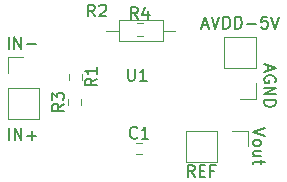
<source format=gbr>
G04 #@! TF.FileFunction,Legend,Top*
%FSLAX46Y46*%
G04 Gerber Fmt 4.6, Leading zero omitted, Abs format (unit mm)*
G04 Created by KiCad (PCBNEW 4.0.6) date 11/05/17 19:48:39*
%MOMM*%
%LPD*%
G01*
G04 APERTURE LIST*
%ADD10C,0.100000*%
%ADD11C,0.150000*%
%ADD12C,0.120000*%
G04 APERTURE END LIST*
D10*
D11*
X143259524Y-79286667D02*
X143735715Y-79286667D01*
X143164286Y-79572381D02*
X143497619Y-78572381D01*
X143830953Y-79572381D01*
X144021429Y-78572381D02*
X144354762Y-79572381D01*
X144688096Y-78572381D01*
X145021429Y-79572381D02*
X145021429Y-78572381D01*
X145259524Y-78572381D01*
X145402382Y-78620000D01*
X145497620Y-78715238D01*
X145545239Y-78810476D01*
X145592858Y-79000952D01*
X145592858Y-79143810D01*
X145545239Y-79334286D01*
X145497620Y-79429524D01*
X145402382Y-79524762D01*
X145259524Y-79572381D01*
X145021429Y-79572381D01*
X146021429Y-79572381D02*
X146021429Y-78572381D01*
X146259524Y-78572381D01*
X146402382Y-78620000D01*
X146497620Y-78715238D01*
X146545239Y-78810476D01*
X146592858Y-79000952D01*
X146592858Y-79143810D01*
X146545239Y-79334286D01*
X146497620Y-79429524D01*
X146402382Y-79524762D01*
X146259524Y-79572381D01*
X146021429Y-79572381D01*
X147021429Y-79191429D02*
X147783334Y-79191429D01*
X148735715Y-78572381D02*
X148259524Y-78572381D01*
X148211905Y-79048571D01*
X148259524Y-79000952D01*
X148354762Y-78953333D01*
X148592858Y-78953333D01*
X148688096Y-79000952D01*
X148735715Y-79048571D01*
X148783334Y-79143810D01*
X148783334Y-79381905D01*
X148735715Y-79477143D01*
X148688096Y-79524762D01*
X148592858Y-79572381D01*
X148354762Y-79572381D01*
X148259524Y-79524762D01*
X148211905Y-79477143D01*
X149069048Y-78572381D02*
X149402381Y-79572381D01*
X149735715Y-78572381D01*
X148763333Y-82678095D02*
X148763333Y-83154286D01*
X148477619Y-82582857D02*
X149477619Y-82916190D01*
X148477619Y-83249524D01*
X149430000Y-84106667D02*
X149477619Y-84011429D01*
X149477619Y-83868572D01*
X149430000Y-83725714D01*
X149334762Y-83630476D01*
X149239524Y-83582857D01*
X149049048Y-83535238D01*
X148906190Y-83535238D01*
X148715714Y-83582857D01*
X148620476Y-83630476D01*
X148525238Y-83725714D01*
X148477619Y-83868572D01*
X148477619Y-83963810D01*
X148525238Y-84106667D01*
X148572857Y-84154286D01*
X148906190Y-84154286D01*
X148906190Y-83963810D01*
X148477619Y-84582857D02*
X149477619Y-84582857D01*
X148477619Y-85154286D01*
X149477619Y-85154286D01*
X148477619Y-85630476D02*
X149477619Y-85630476D01*
X149477619Y-85868571D01*
X149430000Y-86011429D01*
X149334762Y-86106667D01*
X149239524Y-86154286D01*
X149049048Y-86201905D01*
X148906190Y-86201905D01*
X148715714Y-86154286D01*
X148620476Y-86106667D01*
X148525238Y-86011429D01*
X148477619Y-85868571D01*
X148477619Y-85630476D01*
X148527619Y-88026190D02*
X147527619Y-88359523D01*
X148527619Y-88692857D01*
X147527619Y-89169047D02*
X147575238Y-89073809D01*
X147622857Y-89026190D01*
X147718095Y-88978571D01*
X148003810Y-88978571D01*
X148099048Y-89026190D01*
X148146667Y-89073809D01*
X148194286Y-89169047D01*
X148194286Y-89311905D01*
X148146667Y-89407143D01*
X148099048Y-89454762D01*
X148003810Y-89502381D01*
X147718095Y-89502381D01*
X147622857Y-89454762D01*
X147575238Y-89407143D01*
X147527619Y-89311905D01*
X147527619Y-89169047D01*
X148194286Y-90359524D02*
X147527619Y-90359524D01*
X148194286Y-89930952D02*
X147670476Y-89930952D01*
X147575238Y-89978571D01*
X147527619Y-90073809D01*
X147527619Y-90216667D01*
X147575238Y-90311905D01*
X147622857Y-90359524D01*
X148194286Y-90692857D02*
X148194286Y-91073809D01*
X148527619Y-90835714D02*
X147670476Y-90835714D01*
X147575238Y-90883333D01*
X147527619Y-90978571D01*
X147527619Y-91073809D01*
X142588572Y-92122381D02*
X142255238Y-91646190D01*
X142017143Y-92122381D02*
X142017143Y-91122381D01*
X142398096Y-91122381D01*
X142493334Y-91170000D01*
X142540953Y-91217619D01*
X142588572Y-91312857D01*
X142588572Y-91455714D01*
X142540953Y-91550952D01*
X142493334Y-91598571D01*
X142398096Y-91646190D01*
X142017143Y-91646190D01*
X143017143Y-91598571D02*
X143350477Y-91598571D01*
X143493334Y-92122381D02*
X143017143Y-92122381D01*
X143017143Y-91122381D01*
X143493334Y-91122381D01*
X144255239Y-91598571D02*
X143921905Y-91598571D01*
X143921905Y-92122381D02*
X143921905Y-91122381D01*
X144398096Y-91122381D01*
X126877143Y-89012381D02*
X126877143Y-88012381D01*
X127353333Y-89012381D02*
X127353333Y-88012381D01*
X127924762Y-89012381D01*
X127924762Y-88012381D01*
X128400952Y-88631429D02*
X129162857Y-88631429D01*
X128781905Y-89012381D02*
X128781905Y-88250476D01*
X126857143Y-81282381D02*
X126857143Y-80282381D01*
X127333333Y-81282381D02*
X127333333Y-80282381D01*
X127904762Y-81282381D01*
X127904762Y-80282381D01*
X128380952Y-80901429D02*
X129142857Y-80901429D01*
D12*
X131900000Y-85540000D02*
X131900000Y-86040000D01*
X132960000Y-86040000D02*
X132960000Y-85540000D01*
X133040000Y-83890000D02*
X133040000Y-83390000D01*
X131980000Y-83390000D02*
X131980000Y-83890000D01*
X141900000Y-88210000D02*
X141900000Y-90870000D01*
X144500000Y-88210000D02*
X141900000Y-88210000D01*
X144500000Y-90870000D02*
X141900000Y-90870000D01*
X144500000Y-88210000D02*
X144500000Y-90870000D01*
X145770000Y-88210000D02*
X147100000Y-88210000D01*
X147100000Y-88210000D02*
X147100000Y-89540000D01*
X147750000Y-80330000D02*
X145090000Y-80330000D01*
X147750000Y-82930000D02*
X147750000Y-80330000D01*
X145090000Y-82930000D02*
X145090000Y-80330000D01*
X147750000Y-82930000D02*
X145090000Y-82930000D01*
X147750000Y-84200000D02*
X147750000Y-85530000D01*
X147750000Y-85530000D02*
X146420000Y-85530000D01*
X126750000Y-87220000D02*
X129410000Y-87220000D01*
X126750000Y-84620000D02*
X126750000Y-87220000D01*
X129410000Y-84620000D02*
X129410000Y-87220000D01*
X126750000Y-84620000D02*
X129410000Y-84620000D01*
X126750000Y-83350000D02*
X126750000Y-82020000D01*
X126750000Y-82020000D02*
X128080000Y-82020000D01*
X136150000Y-78880000D02*
X136150000Y-80600000D01*
X136150000Y-80600000D02*
X139870000Y-80600000D01*
X139870000Y-80600000D02*
X139870000Y-78880000D01*
X139870000Y-78880000D02*
X136150000Y-78880000D01*
X135080000Y-79740000D02*
X136150000Y-79740000D01*
X140940000Y-79740000D02*
X139870000Y-79740000D01*
X138190000Y-79130000D02*
X137690000Y-79130000D01*
X137690000Y-80190000D02*
X138190000Y-80190000D01*
X138140000Y-89240000D02*
X137640000Y-89240000D01*
X137640000Y-90180000D02*
X138140000Y-90180000D01*
D11*
X131532381Y-85956666D02*
X131056190Y-86290000D01*
X131532381Y-86528095D02*
X130532381Y-86528095D01*
X130532381Y-86147142D01*
X130580000Y-86051904D01*
X130627619Y-86004285D01*
X130722857Y-85956666D01*
X130865714Y-85956666D01*
X130960952Y-86004285D01*
X131008571Y-86051904D01*
X131056190Y-86147142D01*
X131056190Y-86528095D01*
X130532381Y-85623333D02*
X130532381Y-85004285D01*
X130913333Y-85337619D01*
X130913333Y-85194761D01*
X130960952Y-85099523D01*
X131008571Y-85051904D01*
X131103810Y-85004285D01*
X131341905Y-85004285D01*
X131437143Y-85051904D01*
X131484762Y-85099523D01*
X131532381Y-85194761D01*
X131532381Y-85480476D01*
X131484762Y-85575714D01*
X131437143Y-85623333D01*
X134312381Y-83806666D02*
X133836190Y-84140000D01*
X134312381Y-84378095D02*
X133312381Y-84378095D01*
X133312381Y-83997142D01*
X133360000Y-83901904D01*
X133407619Y-83854285D01*
X133502857Y-83806666D01*
X133645714Y-83806666D01*
X133740952Y-83854285D01*
X133788571Y-83901904D01*
X133836190Y-83997142D01*
X133836190Y-84378095D01*
X134312381Y-82854285D02*
X134312381Y-83425714D01*
X134312381Y-83140000D02*
X133312381Y-83140000D01*
X133455238Y-83235238D01*
X133550476Y-83330476D01*
X133598095Y-83425714D01*
X136948095Y-82992381D02*
X136948095Y-83801905D01*
X136995714Y-83897143D01*
X137043333Y-83944762D01*
X137138571Y-83992381D01*
X137329048Y-83992381D01*
X137424286Y-83944762D01*
X137471905Y-83897143D01*
X137519524Y-83801905D01*
X137519524Y-82992381D01*
X138519524Y-83992381D02*
X137948095Y-83992381D01*
X138233809Y-83992381D02*
X138233809Y-82992381D01*
X138138571Y-83135238D01*
X138043333Y-83230476D01*
X137948095Y-83278095D01*
X134143334Y-78542381D02*
X133810000Y-78066190D01*
X133571905Y-78542381D02*
X133571905Y-77542381D01*
X133952858Y-77542381D01*
X134048096Y-77590000D01*
X134095715Y-77637619D01*
X134143334Y-77732857D01*
X134143334Y-77875714D01*
X134095715Y-77970952D01*
X134048096Y-78018571D01*
X133952858Y-78066190D01*
X133571905Y-78066190D01*
X134524286Y-77637619D02*
X134571905Y-77590000D01*
X134667143Y-77542381D01*
X134905239Y-77542381D01*
X135000477Y-77590000D01*
X135048096Y-77637619D01*
X135095715Y-77732857D01*
X135095715Y-77828095D01*
X135048096Y-77970952D01*
X134476667Y-78542381D01*
X135095715Y-78542381D01*
X137773334Y-78762381D02*
X137440000Y-78286190D01*
X137201905Y-78762381D02*
X137201905Y-77762381D01*
X137582858Y-77762381D01*
X137678096Y-77810000D01*
X137725715Y-77857619D01*
X137773334Y-77952857D01*
X137773334Y-78095714D01*
X137725715Y-78190952D01*
X137678096Y-78238571D01*
X137582858Y-78286190D01*
X137201905Y-78286190D01*
X138630477Y-78095714D02*
X138630477Y-78762381D01*
X138392381Y-77714762D02*
X138154286Y-78429048D01*
X138773334Y-78429048D01*
X137723334Y-88797143D02*
X137675715Y-88844762D01*
X137532858Y-88892381D01*
X137437620Y-88892381D01*
X137294762Y-88844762D01*
X137199524Y-88749524D01*
X137151905Y-88654286D01*
X137104286Y-88463810D01*
X137104286Y-88320952D01*
X137151905Y-88130476D01*
X137199524Y-88035238D01*
X137294762Y-87940000D01*
X137437620Y-87892381D01*
X137532858Y-87892381D01*
X137675715Y-87940000D01*
X137723334Y-87987619D01*
X138675715Y-88892381D02*
X138104286Y-88892381D01*
X138390000Y-88892381D02*
X138390000Y-87892381D01*
X138294762Y-88035238D01*
X138199524Y-88130476D01*
X138104286Y-88178095D01*
M02*

</source>
